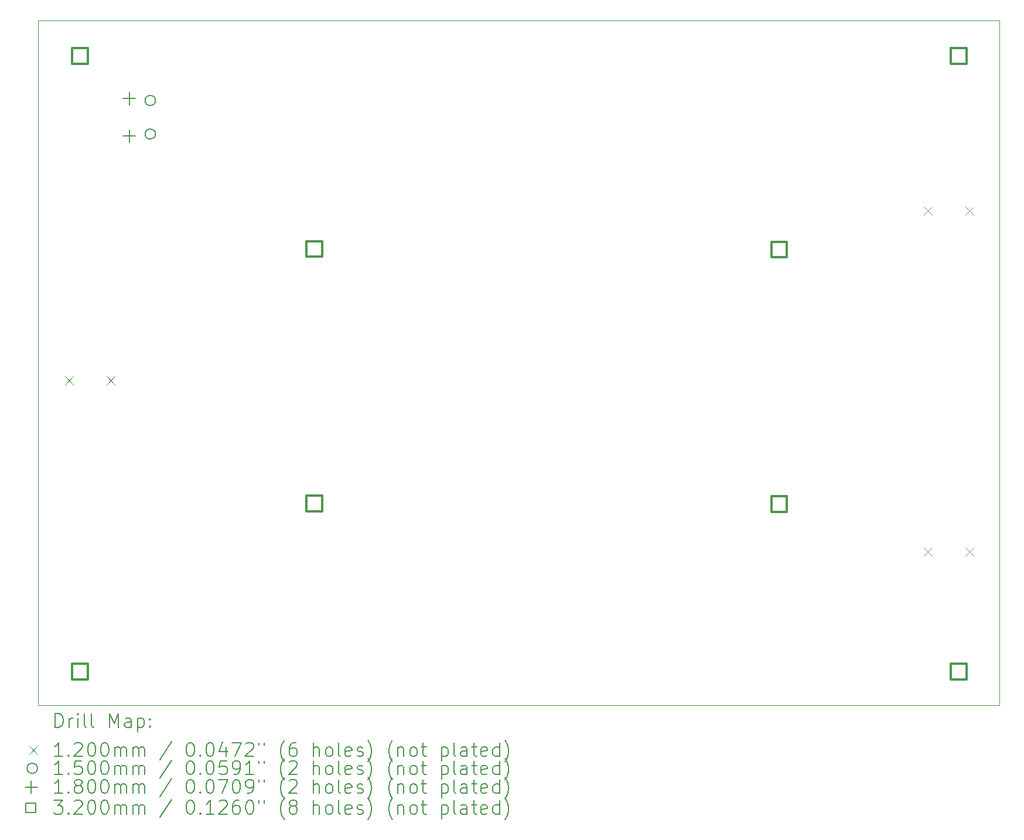
<source format=gbr>
%TF.GenerationSoftware,KiCad,Pcbnew,6.0.11+dfsg-1~bpo11+1*%
%TF.CreationDate,2023-11-13T20:18:02+01:00*%
%TF.ProjectId,v1_1,76315f31-2e6b-4696-9361-645f70636258,rev?*%
%TF.SameCoordinates,Original*%
%TF.FileFunction,Drillmap*%
%TF.FilePolarity,Positive*%
%FSLAX45Y45*%
G04 Gerber Fmt 4.5, Leading zero omitted, Abs format (unit mm)*
G04 Created by KiCad (PCBNEW 6.0.11+dfsg-1~bpo11+1) date 2023-11-13 20:18:02*
%MOMM*%
%LPD*%
G01*
G04 APERTURE LIST*
%ADD10C,0.100000*%
%ADD11C,0.200000*%
%ADD12C,0.120000*%
%ADD13C,0.150000*%
%ADD14C,0.180000*%
%ADD15C,0.320000*%
G04 APERTURE END LIST*
D10*
X23450000Y-13950000D02*
X9550000Y-13950000D01*
X9550000Y-13950000D02*
X9550000Y-4050000D01*
X9550000Y-4050000D02*
X23450000Y-4050000D01*
X23450000Y-4050000D02*
X23450000Y-13950000D01*
D11*
D12*
X9943200Y-9192550D02*
X10063200Y-9312550D01*
X10063200Y-9192550D02*
X9943200Y-9312550D01*
X10543200Y-9192550D02*
X10663200Y-9312550D01*
X10663200Y-9192550D02*
X10543200Y-9312550D01*
X22356800Y-6740250D02*
X22476800Y-6860250D01*
X22476800Y-6740250D02*
X22356800Y-6860250D01*
X22356800Y-11667850D02*
X22476800Y-11787850D01*
X22476800Y-11667850D02*
X22356800Y-11787850D01*
X22956800Y-6740250D02*
X23076800Y-6860250D01*
X23076800Y-6740250D02*
X22956800Y-6860250D01*
X22956800Y-11667850D02*
X23076800Y-11787850D01*
X23076800Y-11667850D02*
X22956800Y-11787850D01*
D13*
X11250400Y-5205800D02*
G75*
G03*
X11250400Y-5205800I-75000J0D01*
G01*
X11250400Y-5690800D02*
G75*
G03*
X11250400Y-5690800I-75000J0D01*
G01*
D14*
X10872400Y-5085800D02*
X10872400Y-5265800D01*
X10782400Y-5175800D02*
X10962400Y-5175800D01*
X10872400Y-5630800D02*
X10872400Y-5810800D01*
X10782400Y-5720800D02*
X10962400Y-5720800D01*
D15*
X10273138Y-4675138D02*
X10273138Y-4448862D01*
X10046862Y-4448862D01*
X10046862Y-4675138D01*
X10273138Y-4675138D01*
X10273138Y-13575138D02*
X10273138Y-13348862D01*
X10046862Y-13348862D01*
X10046862Y-13575138D01*
X10273138Y-13575138D01*
X13656138Y-7464138D02*
X13656138Y-7237862D01*
X13429862Y-7237862D01*
X13429862Y-7464138D01*
X13656138Y-7464138D01*
X13656138Y-11144138D02*
X13656138Y-10917862D01*
X13429862Y-10917862D01*
X13429862Y-11144138D01*
X13656138Y-11144138D01*
X20378138Y-7474138D02*
X20378138Y-7247862D01*
X20151862Y-7247862D01*
X20151862Y-7474138D01*
X20378138Y-7474138D01*
X20378138Y-11154138D02*
X20378138Y-10927862D01*
X20151862Y-10927862D01*
X20151862Y-11154138D01*
X20378138Y-11154138D01*
X22973138Y-4675138D02*
X22973138Y-4448862D01*
X22746862Y-4448862D01*
X22746862Y-4675138D01*
X22973138Y-4675138D01*
X22973138Y-13575138D02*
X22973138Y-13348862D01*
X22746862Y-13348862D01*
X22746862Y-13575138D01*
X22973138Y-13575138D01*
D11*
X9802619Y-14265476D02*
X9802619Y-14065476D01*
X9850238Y-14065476D01*
X9878810Y-14075000D01*
X9897857Y-14094048D01*
X9907381Y-14113095D01*
X9916905Y-14151190D01*
X9916905Y-14179762D01*
X9907381Y-14217857D01*
X9897857Y-14236905D01*
X9878810Y-14255952D01*
X9850238Y-14265476D01*
X9802619Y-14265476D01*
X10002619Y-14265476D02*
X10002619Y-14132143D01*
X10002619Y-14170238D02*
X10012143Y-14151190D01*
X10021667Y-14141667D01*
X10040714Y-14132143D01*
X10059762Y-14132143D01*
X10126429Y-14265476D02*
X10126429Y-14132143D01*
X10126429Y-14065476D02*
X10116905Y-14075000D01*
X10126429Y-14084524D01*
X10135952Y-14075000D01*
X10126429Y-14065476D01*
X10126429Y-14084524D01*
X10250238Y-14265476D02*
X10231190Y-14255952D01*
X10221667Y-14236905D01*
X10221667Y-14065476D01*
X10355000Y-14265476D02*
X10335952Y-14255952D01*
X10326429Y-14236905D01*
X10326429Y-14065476D01*
X10583571Y-14265476D02*
X10583571Y-14065476D01*
X10650238Y-14208333D01*
X10716905Y-14065476D01*
X10716905Y-14265476D01*
X10897857Y-14265476D02*
X10897857Y-14160714D01*
X10888333Y-14141667D01*
X10869286Y-14132143D01*
X10831190Y-14132143D01*
X10812143Y-14141667D01*
X10897857Y-14255952D02*
X10878810Y-14265476D01*
X10831190Y-14265476D01*
X10812143Y-14255952D01*
X10802619Y-14236905D01*
X10802619Y-14217857D01*
X10812143Y-14198809D01*
X10831190Y-14189286D01*
X10878810Y-14189286D01*
X10897857Y-14179762D01*
X10993095Y-14132143D02*
X10993095Y-14332143D01*
X10993095Y-14141667D02*
X11012143Y-14132143D01*
X11050238Y-14132143D01*
X11069286Y-14141667D01*
X11078810Y-14151190D01*
X11088333Y-14170238D01*
X11088333Y-14227381D01*
X11078810Y-14246428D01*
X11069286Y-14255952D01*
X11050238Y-14265476D01*
X11012143Y-14265476D01*
X10993095Y-14255952D01*
X11174048Y-14246428D02*
X11183571Y-14255952D01*
X11174048Y-14265476D01*
X11164524Y-14255952D01*
X11174048Y-14246428D01*
X11174048Y-14265476D01*
X11174048Y-14141667D02*
X11183571Y-14151190D01*
X11174048Y-14160714D01*
X11164524Y-14151190D01*
X11174048Y-14141667D01*
X11174048Y-14160714D01*
D12*
X9425000Y-14535000D02*
X9545000Y-14655000D01*
X9545000Y-14535000D02*
X9425000Y-14655000D01*
D11*
X9907381Y-14685476D02*
X9793095Y-14685476D01*
X9850238Y-14685476D02*
X9850238Y-14485476D01*
X9831190Y-14514048D01*
X9812143Y-14533095D01*
X9793095Y-14542619D01*
X9993095Y-14666428D02*
X10002619Y-14675952D01*
X9993095Y-14685476D01*
X9983571Y-14675952D01*
X9993095Y-14666428D01*
X9993095Y-14685476D01*
X10078810Y-14504524D02*
X10088333Y-14495000D01*
X10107381Y-14485476D01*
X10155000Y-14485476D01*
X10174048Y-14495000D01*
X10183571Y-14504524D01*
X10193095Y-14523571D01*
X10193095Y-14542619D01*
X10183571Y-14571190D01*
X10069286Y-14685476D01*
X10193095Y-14685476D01*
X10316905Y-14485476D02*
X10335952Y-14485476D01*
X10355000Y-14495000D01*
X10364524Y-14504524D01*
X10374048Y-14523571D01*
X10383571Y-14561667D01*
X10383571Y-14609286D01*
X10374048Y-14647381D01*
X10364524Y-14666428D01*
X10355000Y-14675952D01*
X10335952Y-14685476D01*
X10316905Y-14685476D01*
X10297857Y-14675952D01*
X10288333Y-14666428D01*
X10278810Y-14647381D01*
X10269286Y-14609286D01*
X10269286Y-14561667D01*
X10278810Y-14523571D01*
X10288333Y-14504524D01*
X10297857Y-14495000D01*
X10316905Y-14485476D01*
X10507381Y-14485476D02*
X10526429Y-14485476D01*
X10545476Y-14495000D01*
X10555000Y-14504524D01*
X10564524Y-14523571D01*
X10574048Y-14561667D01*
X10574048Y-14609286D01*
X10564524Y-14647381D01*
X10555000Y-14666428D01*
X10545476Y-14675952D01*
X10526429Y-14685476D01*
X10507381Y-14685476D01*
X10488333Y-14675952D01*
X10478810Y-14666428D01*
X10469286Y-14647381D01*
X10459762Y-14609286D01*
X10459762Y-14561667D01*
X10469286Y-14523571D01*
X10478810Y-14504524D01*
X10488333Y-14495000D01*
X10507381Y-14485476D01*
X10659762Y-14685476D02*
X10659762Y-14552143D01*
X10659762Y-14571190D02*
X10669286Y-14561667D01*
X10688333Y-14552143D01*
X10716905Y-14552143D01*
X10735952Y-14561667D01*
X10745476Y-14580714D01*
X10745476Y-14685476D01*
X10745476Y-14580714D02*
X10755000Y-14561667D01*
X10774048Y-14552143D01*
X10802619Y-14552143D01*
X10821667Y-14561667D01*
X10831190Y-14580714D01*
X10831190Y-14685476D01*
X10926429Y-14685476D02*
X10926429Y-14552143D01*
X10926429Y-14571190D02*
X10935952Y-14561667D01*
X10955000Y-14552143D01*
X10983571Y-14552143D01*
X11002619Y-14561667D01*
X11012143Y-14580714D01*
X11012143Y-14685476D01*
X11012143Y-14580714D02*
X11021667Y-14561667D01*
X11040714Y-14552143D01*
X11069286Y-14552143D01*
X11088333Y-14561667D01*
X11097857Y-14580714D01*
X11097857Y-14685476D01*
X11488333Y-14475952D02*
X11316905Y-14733095D01*
X11745476Y-14485476D02*
X11764524Y-14485476D01*
X11783571Y-14495000D01*
X11793095Y-14504524D01*
X11802619Y-14523571D01*
X11812143Y-14561667D01*
X11812143Y-14609286D01*
X11802619Y-14647381D01*
X11793095Y-14666428D01*
X11783571Y-14675952D01*
X11764524Y-14685476D01*
X11745476Y-14685476D01*
X11726428Y-14675952D01*
X11716905Y-14666428D01*
X11707381Y-14647381D01*
X11697857Y-14609286D01*
X11697857Y-14561667D01*
X11707381Y-14523571D01*
X11716905Y-14504524D01*
X11726428Y-14495000D01*
X11745476Y-14485476D01*
X11897857Y-14666428D02*
X11907381Y-14675952D01*
X11897857Y-14685476D01*
X11888333Y-14675952D01*
X11897857Y-14666428D01*
X11897857Y-14685476D01*
X12031190Y-14485476D02*
X12050238Y-14485476D01*
X12069286Y-14495000D01*
X12078809Y-14504524D01*
X12088333Y-14523571D01*
X12097857Y-14561667D01*
X12097857Y-14609286D01*
X12088333Y-14647381D01*
X12078809Y-14666428D01*
X12069286Y-14675952D01*
X12050238Y-14685476D01*
X12031190Y-14685476D01*
X12012143Y-14675952D01*
X12002619Y-14666428D01*
X11993095Y-14647381D01*
X11983571Y-14609286D01*
X11983571Y-14561667D01*
X11993095Y-14523571D01*
X12002619Y-14504524D01*
X12012143Y-14495000D01*
X12031190Y-14485476D01*
X12269286Y-14552143D02*
X12269286Y-14685476D01*
X12221667Y-14475952D02*
X12174048Y-14618809D01*
X12297857Y-14618809D01*
X12355000Y-14485476D02*
X12488333Y-14485476D01*
X12402619Y-14685476D01*
X12555000Y-14504524D02*
X12564524Y-14495000D01*
X12583571Y-14485476D01*
X12631190Y-14485476D01*
X12650238Y-14495000D01*
X12659762Y-14504524D01*
X12669286Y-14523571D01*
X12669286Y-14542619D01*
X12659762Y-14571190D01*
X12545476Y-14685476D01*
X12669286Y-14685476D01*
X12745476Y-14485476D02*
X12745476Y-14523571D01*
X12821667Y-14485476D02*
X12821667Y-14523571D01*
X13116905Y-14761667D02*
X13107381Y-14752143D01*
X13088333Y-14723571D01*
X13078809Y-14704524D01*
X13069286Y-14675952D01*
X13059762Y-14628333D01*
X13059762Y-14590238D01*
X13069286Y-14542619D01*
X13078809Y-14514048D01*
X13088333Y-14495000D01*
X13107381Y-14466428D01*
X13116905Y-14456905D01*
X13278809Y-14485476D02*
X13240714Y-14485476D01*
X13221667Y-14495000D01*
X13212143Y-14504524D01*
X13193095Y-14533095D01*
X13183571Y-14571190D01*
X13183571Y-14647381D01*
X13193095Y-14666428D01*
X13202619Y-14675952D01*
X13221667Y-14685476D01*
X13259762Y-14685476D01*
X13278809Y-14675952D01*
X13288333Y-14666428D01*
X13297857Y-14647381D01*
X13297857Y-14599762D01*
X13288333Y-14580714D01*
X13278809Y-14571190D01*
X13259762Y-14561667D01*
X13221667Y-14561667D01*
X13202619Y-14571190D01*
X13193095Y-14580714D01*
X13183571Y-14599762D01*
X13535952Y-14685476D02*
X13535952Y-14485476D01*
X13621667Y-14685476D02*
X13621667Y-14580714D01*
X13612143Y-14561667D01*
X13593095Y-14552143D01*
X13564524Y-14552143D01*
X13545476Y-14561667D01*
X13535952Y-14571190D01*
X13745476Y-14685476D02*
X13726428Y-14675952D01*
X13716905Y-14666428D01*
X13707381Y-14647381D01*
X13707381Y-14590238D01*
X13716905Y-14571190D01*
X13726428Y-14561667D01*
X13745476Y-14552143D01*
X13774048Y-14552143D01*
X13793095Y-14561667D01*
X13802619Y-14571190D01*
X13812143Y-14590238D01*
X13812143Y-14647381D01*
X13802619Y-14666428D01*
X13793095Y-14675952D01*
X13774048Y-14685476D01*
X13745476Y-14685476D01*
X13926428Y-14685476D02*
X13907381Y-14675952D01*
X13897857Y-14656905D01*
X13897857Y-14485476D01*
X14078809Y-14675952D02*
X14059762Y-14685476D01*
X14021667Y-14685476D01*
X14002619Y-14675952D01*
X13993095Y-14656905D01*
X13993095Y-14580714D01*
X14002619Y-14561667D01*
X14021667Y-14552143D01*
X14059762Y-14552143D01*
X14078809Y-14561667D01*
X14088333Y-14580714D01*
X14088333Y-14599762D01*
X13993095Y-14618809D01*
X14164524Y-14675952D02*
X14183571Y-14685476D01*
X14221667Y-14685476D01*
X14240714Y-14675952D01*
X14250238Y-14656905D01*
X14250238Y-14647381D01*
X14240714Y-14628333D01*
X14221667Y-14618809D01*
X14193095Y-14618809D01*
X14174048Y-14609286D01*
X14164524Y-14590238D01*
X14164524Y-14580714D01*
X14174048Y-14561667D01*
X14193095Y-14552143D01*
X14221667Y-14552143D01*
X14240714Y-14561667D01*
X14316905Y-14761667D02*
X14326428Y-14752143D01*
X14345476Y-14723571D01*
X14355000Y-14704524D01*
X14364524Y-14675952D01*
X14374048Y-14628333D01*
X14374048Y-14590238D01*
X14364524Y-14542619D01*
X14355000Y-14514048D01*
X14345476Y-14495000D01*
X14326428Y-14466428D01*
X14316905Y-14456905D01*
X14678809Y-14761667D02*
X14669286Y-14752143D01*
X14650238Y-14723571D01*
X14640714Y-14704524D01*
X14631190Y-14675952D01*
X14621667Y-14628333D01*
X14621667Y-14590238D01*
X14631190Y-14542619D01*
X14640714Y-14514048D01*
X14650238Y-14495000D01*
X14669286Y-14466428D01*
X14678809Y-14456905D01*
X14755000Y-14552143D02*
X14755000Y-14685476D01*
X14755000Y-14571190D02*
X14764524Y-14561667D01*
X14783571Y-14552143D01*
X14812143Y-14552143D01*
X14831190Y-14561667D01*
X14840714Y-14580714D01*
X14840714Y-14685476D01*
X14964524Y-14685476D02*
X14945476Y-14675952D01*
X14935952Y-14666428D01*
X14926428Y-14647381D01*
X14926428Y-14590238D01*
X14935952Y-14571190D01*
X14945476Y-14561667D01*
X14964524Y-14552143D01*
X14993095Y-14552143D01*
X15012143Y-14561667D01*
X15021667Y-14571190D01*
X15031190Y-14590238D01*
X15031190Y-14647381D01*
X15021667Y-14666428D01*
X15012143Y-14675952D01*
X14993095Y-14685476D01*
X14964524Y-14685476D01*
X15088333Y-14552143D02*
X15164524Y-14552143D01*
X15116905Y-14485476D02*
X15116905Y-14656905D01*
X15126428Y-14675952D01*
X15145476Y-14685476D01*
X15164524Y-14685476D01*
X15383571Y-14552143D02*
X15383571Y-14752143D01*
X15383571Y-14561667D02*
X15402619Y-14552143D01*
X15440714Y-14552143D01*
X15459762Y-14561667D01*
X15469286Y-14571190D01*
X15478809Y-14590238D01*
X15478809Y-14647381D01*
X15469286Y-14666428D01*
X15459762Y-14675952D01*
X15440714Y-14685476D01*
X15402619Y-14685476D01*
X15383571Y-14675952D01*
X15593095Y-14685476D02*
X15574048Y-14675952D01*
X15564524Y-14656905D01*
X15564524Y-14485476D01*
X15755000Y-14685476D02*
X15755000Y-14580714D01*
X15745476Y-14561667D01*
X15726428Y-14552143D01*
X15688333Y-14552143D01*
X15669286Y-14561667D01*
X15755000Y-14675952D02*
X15735952Y-14685476D01*
X15688333Y-14685476D01*
X15669286Y-14675952D01*
X15659762Y-14656905D01*
X15659762Y-14637857D01*
X15669286Y-14618809D01*
X15688333Y-14609286D01*
X15735952Y-14609286D01*
X15755000Y-14599762D01*
X15821667Y-14552143D02*
X15897857Y-14552143D01*
X15850238Y-14485476D02*
X15850238Y-14656905D01*
X15859762Y-14675952D01*
X15878809Y-14685476D01*
X15897857Y-14685476D01*
X16040714Y-14675952D02*
X16021667Y-14685476D01*
X15983571Y-14685476D01*
X15964524Y-14675952D01*
X15955000Y-14656905D01*
X15955000Y-14580714D01*
X15964524Y-14561667D01*
X15983571Y-14552143D01*
X16021667Y-14552143D01*
X16040714Y-14561667D01*
X16050238Y-14580714D01*
X16050238Y-14599762D01*
X15955000Y-14618809D01*
X16221667Y-14685476D02*
X16221667Y-14485476D01*
X16221667Y-14675952D02*
X16202619Y-14685476D01*
X16164524Y-14685476D01*
X16145476Y-14675952D01*
X16135952Y-14666428D01*
X16126428Y-14647381D01*
X16126428Y-14590238D01*
X16135952Y-14571190D01*
X16145476Y-14561667D01*
X16164524Y-14552143D01*
X16202619Y-14552143D01*
X16221667Y-14561667D01*
X16297857Y-14761667D02*
X16307381Y-14752143D01*
X16326428Y-14723571D01*
X16335952Y-14704524D01*
X16345476Y-14675952D01*
X16355000Y-14628333D01*
X16355000Y-14590238D01*
X16345476Y-14542619D01*
X16335952Y-14514048D01*
X16326428Y-14495000D01*
X16307381Y-14466428D01*
X16297857Y-14456905D01*
D13*
X9545000Y-14859000D02*
G75*
G03*
X9545000Y-14859000I-75000J0D01*
G01*
D11*
X9907381Y-14949476D02*
X9793095Y-14949476D01*
X9850238Y-14949476D02*
X9850238Y-14749476D01*
X9831190Y-14778048D01*
X9812143Y-14797095D01*
X9793095Y-14806619D01*
X9993095Y-14930428D02*
X10002619Y-14939952D01*
X9993095Y-14949476D01*
X9983571Y-14939952D01*
X9993095Y-14930428D01*
X9993095Y-14949476D01*
X10183571Y-14749476D02*
X10088333Y-14749476D01*
X10078810Y-14844714D01*
X10088333Y-14835190D01*
X10107381Y-14825667D01*
X10155000Y-14825667D01*
X10174048Y-14835190D01*
X10183571Y-14844714D01*
X10193095Y-14863762D01*
X10193095Y-14911381D01*
X10183571Y-14930428D01*
X10174048Y-14939952D01*
X10155000Y-14949476D01*
X10107381Y-14949476D01*
X10088333Y-14939952D01*
X10078810Y-14930428D01*
X10316905Y-14749476D02*
X10335952Y-14749476D01*
X10355000Y-14759000D01*
X10364524Y-14768524D01*
X10374048Y-14787571D01*
X10383571Y-14825667D01*
X10383571Y-14873286D01*
X10374048Y-14911381D01*
X10364524Y-14930428D01*
X10355000Y-14939952D01*
X10335952Y-14949476D01*
X10316905Y-14949476D01*
X10297857Y-14939952D01*
X10288333Y-14930428D01*
X10278810Y-14911381D01*
X10269286Y-14873286D01*
X10269286Y-14825667D01*
X10278810Y-14787571D01*
X10288333Y-14768524D01*
X10297857Y-14759000D01*
X10316905Y-14749476D01*
X10507381Y-14749476D02*
X10526429Y-14749476D01*
X10545476Y-14759000D01*
X10555000Y-14768524D01*
X10564524Y-14787571D01*
X10574048Y-14825667D01*
X10574048Y-14873286D01*
X10564524Y-14911381D01*
X10555000Y-14930428D01*
X10545476Y-14939952D01*
X10526429Y-14949476D01*
X10507381Y-14949476D01*
X10488333Y-14939952D01*
X10478810Y-14930428D01*
X10469286Y-14911381D01*
X10459762Y-14873286D01*
X10459762Y-14825667D01*
X10469286Y-14787571D01*
X10478810Y-14768524D01*
X10488333Y-14759000D01*
X10507381Y-14749476D01*
X10659762Y-14949476D02*
X10659762Y-14816143D01*
X10659762Y-14835190D02*
X10669286Y-14825667D01*
X10688333Y-14816143D01*
X10716905Y-14816143D01*
X10735952Y-14825667D01*
X10745476Y-14844714D01*
X10745476Y-14949476D01*
X10745476Y-14844714D02*
X10755000Y-14825667D01*
X10774048Y-14816143D01*
X10802619Y-14816143D01*
X10821667Y-14825667D01*
X10831190Y-14844714D01*
X10831190Y-14949476D01*
X10926429Y-14949476D02*
X10926429Y-14816143D01*
X10926429Y-14835190D02*
X10935952Y-14825667D01*
X10955000Y-14816143D01*
X10983571Y-14816143D01*
X11002619Y-14825667D01*
X11012143Y-14844714D01*
X11012143Y-14949476D01*
X11012143Y-14844714D02*
X11021667Y-14825667D01*
X11040714Y-14816143D01*
X11069286Y-14816143D01*
X11088333Y-14825667D01*
X11097857Y-14844714D01*
X11097857Y-14949476D01*
X11488333Y-14739952D02*
X11316905Y-14997095D01*
X11745476Y-14749476D02*
X11764524Y-14749476D01*
X11783571Y-14759000D01*
X11793095Y-14768524D01*
X11802619Y-14787571D01*
X11812143Y-14825667D01*
X11812143Y-14873286D01*
X11802619Y-14911381D01*
X11793095Y-14930428D01*
X11783571Y-14939952D01*
X11764524Y-14949476D01*
X11745476Y-14949476D01*
X11726428Y-14939952D01*
X11716905Y-14930428D01*
X11707381Y-14911381D01*
X11697857Y-14873286D01*
X11697857Y-14825667D01*
X11707381Y-14787571D01*
X11716905Y-14768524D01*
X11726428Y-14759000D01*
X11745476Y-14749476D01*
X11897857Y-14930428D02*
X11907381Y-14939952D01*
X11897857Y-14949476D01*
X11888333Y-14939952D01*
X11897857Y-14930428D01*
X11897857Y-14949476D01*
X12031190Y-14749476D02*
X12050238Y-14749476D01*
X12069286Y-14759000D01*
X12078809Y-14768524D01*
X12088333Y-14787571D01*
X12097857Y-14825667D01*
X12097857Y-14873286D01*
X12088333Y-14911381D01*
X12078809Y-14930428D01*
X12069286Y-14939952D01*
X12050238Y-14949476D01*
X12031190Y-14949476D01*
X12012143Y-14939952D01*
X12002619Y-14930428D01*
X11993095Y-14911381D01*
X11983571Y-14873286D01*
X11983571Y-14825667D01*
X11993095Y-14787571D01*
X12002619Y-14768524D01*
X12012143Y-14759000D01*
X12031190Y-14749476D01*
X12278809Y-14749476D02*
X12183571Y-14749476D01*
X12174048Y-14844714D01*
X12183571Y-14835190D01*
X12202619Y-14825667D01*
X12250238Y-14825667D01*
X12269286Y-14835190D01*
X12278809Y-14844714D01*
X12288333Y-14863762D01*
X12288333Y-14911381D01*
X12278809Y-14930428D01*
X12269286Y-14939952D01*
X12250238Y-14949476D01*
X12202619Y-14949476D01*
X12183571Y-14939952D01*
X12174048Y-14930428D01*
X12383571Y-14949476D02*
X12421667Y-14949476D01*
X12440714Y-14939952D01*
X12450238Y-14930428D01*
X12469286Y-14901857D01*
X12478809Y-14863762D01*
X12478809Y-14787571D01*
X12469286Y-14768524D01*
X12459762Y-14759000D01*
X12440714Y-14749476D01*
X12402619Y-14749476D01*
X12383571Y-14759000D01*
X12374048Y-14768524D01*
X12364524Y-14787571D01*
X12364524Y-14835190D01*
X12374048Y-14854238D01*
X12383571Y-14863762D01*
X12402619Y-14873286D01*
X12440714Y-14873286D01*
X12459762Y-14863762D01*
X12469286Y-14854238D01*
X12478809Y-14835190D01*
X12669286Y-14949476D02*
X12555000Y-14949476D01*
X12612143Y-14949476D02*
X12612143Y-14749476D01*
X12593095Y-14778048D01*
X12574048Y-14797095D01*
X12555000Y-14806619D01*
X12745476Y-14749476D02*
X12745476Y-14787571D01*
X12821667Y-14749476D02*
X12821667Y-14787571D01*
X13116905Y-15025667D02*
X13107381Y-15016143D01*
X13088333Y-14987571D01*
X13078809Y-14968524D01*
X13069286Y-14939952D01*
X13059762Y-14892333D01*
X13059762Y-14854238D01*
X13069286Y-14806619D01*
X13078809Y-14778048D01*
X13088333Y-14759000D01*
X13107381Y-14730428D01*
X13116905Y-14720905D01*
X13183571Y-14768524D02*
X13193095Y-14759000D01*
X13212143Y-14749476D01*
X13259762Y-14749476D01*
X13278809Y-14759000D01*
X13288333Y-14768524D01*
X13297857Y-14787571D01*
X13297857Y-14806619D01*
X13288333Y-14835190D01*
X13174048Y-14949476D01*
X13297857Y-14949476D01*
X13535952Y-14949476D02*
X13535952Y-14749476D01*
X13621667Y-14949476D02*
X13621667Y-14844714D01*
X13612143Y-14825667D01*
X13593095Y-14816143D01*
X13564524Y-14816143D01*
X13545476Y-14825667D01*
X13535952Y-14835190D01*
X13745476Y-14949476D02*
X13726428Y-14939952D01*
X13716905Y-14930428D01*
X13707381Y-14911381D01*
X13707381Y-14854238D01*
X13716905Y-14835190D01*
X13726428Y-14825667D01*
X13745476Y-14816143D01*
X13774048Y-14816143D01*
X13793095Y-14825667D01*
X13802619Y-14835190D01*
X13812143Y-14854238D01*
X13812143Y-14911381D01*
X13802619Y-14930428D01*
X13793095Y-14939952D01*
X13774048Y-14949476D01*
X13745476Y-14949476D01*
X13926428Y-14949476D02*
X13907381Y-14939952D01*
X13897857Y-14920905D01*
X13897857Y-14749476D01*
X14078809Y-14939952D02*
X14059762Y-14949476D01*
X14021667Y-14949476D01*
X14002619Y-14939952D01*
X13993095Y-14920905D01*
X13993095Y-14844714D01*
X14002619Y-14825667D01*
X14021667Y-14816143D01*
X14059762Y-14816143D01*
X14078809Y-14825667D01*
X14088333Y-14844714D01*
X14088333Y-14863762D01*
X13993095Y-14882809D01*
X14164524Y-14939952D02*
X14183571Y-14949476D01*
X14221667Y-14949476D01*
X14240714Y-14939952D01*
X14250238Y-14920905D01*
X14250238Y-14911381D01*
X14240714Y-14892333D01*
X14221667Y-14882809D01*
X14193095Y-14882809D01*
X14174048Y-14873286D01*
X14164524Y-14854238D01*
X14164524Y-14844714D01*
X14174048Y-14825667D01*
X14193095Y-14816143D01*
X14221667Y-14816143D01*
X14240714Y-14825667D01*
X14316905Y-15025667D02*
X14326428Y-15016143D01*
X14345476Y-14987571D01*
X14355000Y-14968524D01*
X14364524Y-14939952D01*
X14374048Y-14892333D01*
X14374048Y-14854238D01*
X14364524Y-14806619D01*
X14355000Y-14778048D01*
X14345476Y-14759000D01*
X14326428Y-14730428D01*
X14316905Y-14720905D01*
X14678809Y-15025667D02*
X14669286Y-15016143D01*
X14650238Y-14987571D01*
X14640714Y-14968524D01*
X14631190Y-14939952D01*
X14621667Y-14892333D01*
X14621667Y-14854238D01*
X14631190Y-14806619D01*
X14640714Y-14778048D01*
X14650238Y-14759000D01*
X14669286Y-14730428D01*
X14678809Y-14720905D01*
X14755000Y-14816143D02*
X14755000Y-14949476D01*
X14755000Y-14835190D02*
X14764524Y-14825667D01*
X14783571Y-14816143D01*
X14812143Y-14816143D01*
X14831190Y-14825667D01*
X14840714Y-14844714D01*
X14840714Y-14949476D01*
X14964524Y-14949476D02*
X14945476Y-14939952D01*
X14935952Y-14930428D01*
X14926428Y-14911381D01*
X14926428Y-14854238D01*
X14935952Y-14835190D01*
X14945476Y-14825667D01*
X14964524Y-14816143D01*
X14993095Y-14816143D01*
X15012143Y-14825667D01*
X15021667Y-14835190D01*
X15031190Y-14854238D01*
X15031190Y-14911381D01*
X15021667Y-14930428D01*
X15012143Y-14939952D01*
X14993095Y-14949476D01*
X14964524Y-14949476D01*
X15088333Y-14816143D02*
X15164524Y-14816143D01*
X15116905Y-14749476D02*
X15116905Y-14920905D01*
X15126428Y-14939952D01*
X15145476Y-14949476D01*
X15164524Y-14949476D01*
X15383571Y-14816143D02*
X15383571Y-15016143D01*
X15383571Y-14825667D02*
X15402619Y-14816143D01*
X15440714Y-14816143D01*
X15459762Y-14825667D01*
X15469286Y-14835190D01*
X15478809Y-14854238D01*
X15478809Y-14911381D01*
X15469286Y-14930428D01*
X15459762Y-14939952D01*
X15440714Y-14949476D01*
X15402619Y-14949476D01*
X15383571Y-14939952D01*
X15593095Y-14949476D02*
X15574048Y-14939952D01*
X15564524Y-14920905D01*
X15564524Y-14749476D01*
X15755000Y-14949476D02*
X15755000Y-14844714D01*
X15745476Y-14825667D01*
X15726428Y-14816143D01*
X15688333Y-14816143D01*
X15669286Y-14825667D01*
X15755000Y-14939952D02*
X15735952Y-14949476D01*
X15688333Y-14949476D01*
X15669286Y-14939952D01*
X15659762Y-14920905D01*
X15659762Y-14901857D01*
X15669286Y-14882809D01*
X15688333Y-14873286D01*
X15735952Y-14873286D01*
X15755000Y-14863762D01*
X15821667Y-14816143D02*
X15897857Y-14816143D01*
X15850238Y-14749476D02*
X15850238Y-14920905D01*
X15859762Y-14939952D01*
X15878809Y-14949476D01*
X15897857Y-14949476D01*
X16040714Y-14939952D02*
X16021667Y-14949476D01*
X15983571Y-14949476D01*
X15964524Y-14939952D01*
X15955000Y-14920905D01*
X15955000Y-14844714D01*
X15964524Y-14825667D01*
X15983571Y-14816143D01*
X16021667Y-14816143D01*
X16040714Y-14825667D01*
X16050238Y-14844714D01*
X16050238Y-14863762D01*
X15955000Y-14882809D01*
X16221667Y-14949476D02*
X16221667Y-14749476D01*
X16221667Y-14939952D02*
X16202619Y-14949476D01*
X16164524Y-14949476D01*
X16145476Y-14939952D01*
X16135952Y-14930428D01*
X16126428Y-14911381D01*
X16126428Y-14854238D01*
X16135952Y-14835190D01*
X16145476Y-14825667D01*
X16164524Y-14816143D01*
X16202619Y-14816143D01*
X16221667Y-14825667D01*
X16297857Y-15025667D02*
X16307381Y-15016143D01*
X16326428Y-14987571D01*
X16335952Y-14968524D01*
X16345476Y-14939952D01*
X16355000Y-14892333D01*
X16355000Y-14854238D01*
X16345476Y-14806619D01*
X16335952Y-14778048D01*
X16326428Y-14759000D01*
X16307381Y-14730428D01*
X16297857Y-14720905D01*
D14*
X9455000Y-15039000D02*
X9455000Y-15219000D01*
X9365000Y-15129000D02*
X9545000Y-15129000D01*
D11*
X9907381Y-15219476D02*
X9793095Y-15219476D01*
X9850238Y-15219476D02*
X9850238Y-15019476D01*
X9831190Y-15048048D01*
X9812143Y-15067095D01*
X9793095Y-15076619D01*
X9993095Y-15200428D02*
X10002619Y-15209952D01*
X9993095Y-15219476D01*
X9983571Y-15209952D01*
X9993095Y-15200428D01*
X9993095Y-15219476D01*
X10116905Y-15105190D02*
X10097857Y-15095667D01*
X10088333Y-15086143D01*
X10078810Y-15067095D01*
X10078810Y-15057571D01*
X10088333Y-15038524D01*
X10097857Y-15029000D01*
X10116905Y-15019476D01*
X10155000Y-15019476D01*
X10174048Y-15029000D01*
X10183571Y-15038524D01*
X10193095Y-15057571D01*
X10193095Y-15067095D01*
X10183571Y-15086143D01*
X10174048Y-15095667D01*
X10155000Y-15105190D01*
X10116905Y-15105190D01*
X10097857Y-15114714D01*
X10088333Y-15124238D01*
X10078810Y-15143286D01*
X10078810Y-15181381D01*
X10088333Y-15200428D01*
X10097857Y-15209952D01*
X10116905Y-15219476D01*
X10155000Y-15219476D01*
X10174048Y-15209952D01*
X10183571Y-15200428D01*
X10193095Y-15181381D01*
X10193095Y-15143286D01*
X10183571Y-15124238D01*
X10174048Y-15114714D01*
X10155000Y-15105190D01*
X10316905Y-15019476D02*
X10335952Y-15019476D01*
X10355000Y-15029000D01*
X10364524Y-15038524D01*
X10374048Y-15057571D01*
X10383571Y-15095667D01*
X10383571Y-15143286D01*
X10374048Y-15181381D01*
X10364524Y-15200428D01*
X10355000Y-15209952D01*
X10335952Y-15219476D01*
X10316905Y-15219476D01*
X10297857Y-15209952D01*
X10288333Y-15200428D01*
X10278810Y-15181381D01*
X10269286Y-15143286D01*
X10269286Y-15095667D01*
X10278810Y-15057571D01*
X10288333Y-15038524D01*
X10297857Y-15029000D01*
X10316905Y-15019476D01*
X10507381Y-15019476D02*
X10526429Y-15019476D01*
X10545476Y-15029000D01*
X10555000Y-15038524D01*
X10564524Y-15057571D01*
X10574048Y-15095667D01*
X10574048Y-15143286D01*
X10564524Y-15181381D01*
X10555000Y-15200428D01*
X10545476Y-15209952D01*
X10526429Y-15219476D01*
X10507381Y-15219476D01*
X10488333Y-15209952D01*
X10478810Y-15200428D01*
X10469286Y-15181381D01*
X10459762Y-15143286D01*
X10459762Y-15095667D01*
X10469286Y-15057571D01*
X10478810Y-15038524D01*
X10488333Y-15029000D01*
X10507381Y-15019476D01*
X10659762Y-15219476D02*
X10659762Y-15086143D01*
X10659762Y-15105190D02*
X10669286Y-15095667D01*
X10688333Y-15086143D01*
X10716905Y-15086143D01*
X10735952Y-15095667D01*
X10745476Y-15114714D01*
X10745476Y-15219476D01*
X10745476Y-15114714D02*
X10755000Y-15095667D01*
X10774048Y-15086143D01*
X10802619Y-15086143D01*
X10821667Y-15095667D01*
X10831190Y-15114714D01*
X10831190Y-15219476D01*
X10926429Y-15219476D02*
X10926429Y-15086143D01*
X10926429Y-15105190D02*
X10935952Y-15095667D01*
X10955000Y-15086143D01*
X10983571Y-15086143D01*
X11002619Y-15095667D01*
X11012143Y-15114714D01*
X11012143Y-15219476D01*
X11012143Y-15114714D02*
X11021667Y-15095667D01*
X11040714Y-15086143D01*
X11069286Y-15086143D01*
X11088333Y-15095667D01*
X11097857Y-15114714D01*
X11097857Y-15219476D01*
X11488333Y-15009952D02*
X11316905Y-15267095D01*
X11745476Y-15019476D02*
X11764524Y-15019476D01*
X11783571Y-15029000D01*
X11793095Y-15038524D01*
X11802619Y-15057571D01*
X11812143Y-15095667D01*
X11812143Y-15143286D01*
X11802619Y-15181381D01*
X11793095Y-15200428D01*
X11783571Y-15209952D01*
X11764524Y-15219476D01*
X11745476Y-15219476D01*
X11726428Y-15209952D01*
X11716905Y-15200428D01*
X11707381Y-15181381D01*
X11697857Y-15143286D01*
X11697857Y-15095667D01*
X11707381Y-15057571D01*
X11716905Y-15038524D01*
X11726428Y-15029000D01*
X11745476Y-15019476D01*
X11897857Y-15200428D02*
X11907381Y-15209952D01*
X11897857Y-15219476D01*
X11888333Y-15209952D01*
X11897857Y-15200428D01*
X11897857Y-15219476D01*
X12031190Y-15019476D02*
X12050238Y-15019476D01*
X12069286Y-15029000D01*
X12078809Y-15038524D01*
X12088333Y-15057571D01*
X12097857Y-15095667D01*
X12097857Y-15143286D01*
X12088333Y-15181381D01*
X12078809Y-15200428D01*
X12069286Y-15209952D01*
X12050238Y-15219476D01*
X12031190Y-15219476D01*
X12012143Y-15209952D01*
X12002619Y-15200428D01*
X11993095Y-15181381D01*
X11983571Y-15143286D01*
X11983571Y-15095667D01*
X11993095Y-15057571D01*
X12002619Y-15038524D01*
X12012143Y-15029000D01*
X12031190Y-15019476D01*
X12164524Y-15019476D02*
X12297857Y-15019476D01*
X12212143Y-15219476D01*
X12412143Y-15019476D02*
X12431190Y-15019476D01*
X12450238Y-15029000D01*
X12459762Y-15038524D01*
X12469286Y-15057571D01*
X12478809Y-15095667D01*
X12478809Y-15143286D01*
X12469286Y-15181381D01*
X12459762Y-15200428D01*
X12450238Y-15209952D01*
X12431190Y-15219476D01*
X12412143Y-15219476D01*
X12393095Y-15209952D01*
X12383571Y-15200428D01*
X12374048Y-15181381D01*
X12364524Y-15143286D01*
X12364524Y-15095667D01*
X12374048Y-15057571D01*
X12383571Y-15038524D01*
X12393095Y-15029000D01*
X12412143Y-15019476D01*
X12574048Y-15219476D02*
X12612143Y-15219476D01*
X12631190Y-15209952D01*
X12640714Y-15200428D01*
X12659762Y-15171857D01*
X12669286Y-15133762D01*
X12669286Y-15057571D01*
X12659762Y-15038524D01*
X12650238Y-15029000D01*
X12631190Y-15019476D01*
X12593095Y-15019476D01*
X12574048Y-15029000D01*
X12564524Y-15038524D01*
X12555000Y-15057571D01*
X12555000Y-15105190D01*
X12564524Y-15124238D01*
X12574048Y-15133762D01*
X12593095Y-15143286D01*
X12631190Y-15143286D01*
X12650238Y-15133762D01*
X12659762Y-15124238D01*
X12669286Y-15105190D01*
X12745476Y-15019476D02*
X12745476Y-15057571D01*
X12821667Y-15019476D02*
X12821667Y-15057571D01*
X13116905Y-15295667D02*
X13107381Y-15286143D01*
X13088333Y-15257571D01*
X13078809Y-15238524D01*
X13069286Y-15209952D01*
X13059762Y-15162333D01*
X13059762Y-15124238D01*
X13069286Y-15076619D01*
X13078809Y-15048048D01*
X13088333Y-15029000D01*
X13107381Y-15000428D01*
X13116905Y-14990905D01*
X13183571Y-15038524D02*
X13193095Y-15029000D01*
X13212143Y-15019476D01*
X13259762Y-15019476D01*
X13278809Y-15029000D01*
X13288333Y-15038524D01*
X13297857Y-15057571D01*
X13297857Y-15076619D01*
X13288333Y-15105190D01*
X13174048Y-15219476D01*
X13297857Y-15219476D01*
X13535952Y-15219476D02*
X13535952Y-15019476D01*
X13621667Y-15219476D02*
X13621667Y-15114714D01*
X13612143Y-15095667D01*
X13593095Y-15086143D01*
X13564524Y-15086143D01*
X13545476Y-15095667D01*
X13535952Y-15105190D01*
X13745476Y-15219476D02*
X13726428Y-15209952D01*
X13716905Y-15200428D01*
X13707381Y-15181381D01*
X13707381Y-15124238D01*
X13716905Y-15105190D01*
X13726428Y-15095667D01*
X13745476Y-15086143D01*
X13774048Y-15086143D01*
X13793095Y-15095667D01*
X13802619Y-15105190D01*
X13812143Y-15124238D01*
X13812143Y-15181381D01*
X13802619Y-15200428D01*
X13793095Y-15209952D01*
X13774048Y-15219476D01*
X13745476Y-15219476D01*
X13926428Y-15219476D02*
X13907381Y-15209952D01*
X13897857Y-15190905D01*
X13897857Y-15019476D01*
X14078809Y-15209952D02*
X14059762Y-15219476D01*
X14021667Y-15219476D01*
X14002619Y-15209952D01*
X13993095Y-15190905D01*
X13993095Y-15114714D01*
X14002619Y-15095667D01*
X14021667Y-15086143D01*
X14059762Y-15086143D01*
X14078809Y-15095667D01*
X14088333Y-15114714D01*
X14088333Y-15133762D01*
X13993095Y-15152809D01*
X14164524Y-15209952D02*
X14183571Y-15219476D01*
X14221667Y-15219476D01*
X14240714Y-15209952D01*
X14250238Y-15190905D01*
X14250238Y-15181381D01*
X14240714Y-15162333D01*
X14221667Y-15152809D01*
X14193095Y-15152809D01*
X14174048Y-15143286D01*
X14164524Y-15124238D01*
X14164524Y-15114714D01*
X14174048Y-15095667D01*
X14193095Y-15086143D01*
X14221667Y-15086143D01*
X14240714Y-15095667D01*
X14316905Y-15295667D02*
X14326428Y-15286143D01*
X14345476Y-15257571D01*
X14355000Y-15238524D01*
X14364524Y-15209952D01*
X14374048Y-15162333D01*
X14374048Y-15124238D01*
X14364524Y-15076619D01*
X14355000Y-15048048D01*
X14345476Y-15029000D01*
X14326428Y-15000428D01*
X14316905Y-14990905D01*
X14678809Y-15295667D02*
X14669286Y-15286143D01*
X14650238Y-15257571D01*
X14640714Y-15238524D01*
X14631190Y-15209952D01*
X14621667Y-15162333D01*
X14621667Y-15124238D01*
X14631190Y-15076619D01*
X14640714Y-15048048D01*
X14650238Y-15029000D01*
X14669286Y-15000428D01*
X14678809Y-14990905D01*
X14755000Y-15086143D02*
X14755000Y-15219476D01*
X14755000Y-15105190D02*
X14764524Y-15095667D01*
X14783571Y-15086143D01*
X14812143Y-15086143D01*
X14831190Y-15095667D01*
X14840714Y-15114714D01*
X14840714Y-15219476D01*
X14964524Y-15219476D02*
X14945476Y-15209952D01*
X14935952Y-15200428D01*
X14926428Y-15181381D01*
X14926428Y-15124238D01*
X14935952Y-15105190D01*
X14945476Y-15095667D01*
X14964524Y-15086143D01*
X14993095Y-15086143D01*
X15012143Y-15095667D01*
X15021667Y-15105190D01*
X15031190Y-15124238D01*
X15031190Y-15181381D01*
X15021667Y-15200428D01*
X15012143Y-15209952D01*
X14993095Y-15219476D01*
X14964524Y-15219476D01*
X15088333Y-15086143D02*
X15164524Y-15086143D01*
X15116905Y-15019476D02*
X15116905Y-15190905D01*
X15126428Y-15209952D01*
X15145476Y-15219476D01*
X15164524Y-15219476D01*
X15383571Y-15086143D02*
X15383571Y-15286143D01*
X15383571Y-15095667D02*
X15402619Y-15086143D01*
X15440714Y-15086143D01*
X15459762Y-15095667D01*
X15469286Y-15105190D01*
X15478809Y-15124238D01*
X15478809Y-15181381D01*
X15469286Y-15200428D01*
X15459762Y-15209952D01*
X15440714Y-15219476D01*
X15402619Y-15219476D01*
X15383571Y-15209952D01*
X15593095Y-15219476D02*
X15574048Y-15209952D01*
X15564524Y-15190905D01*
X15564524Y-15019476D01*
X15755000Y-15219476D02*
X15755000Y-15114714D01*
X15745476Y-15095667D01*
X15726428Y-15086143D01*
X15688333Y-15086143D01*
X15669286Y-15095667D01*
X15755000Y-15209952D02*
X15735952Y-15219476D01*
X15688333Y-15219476D01*
X15669286Y-15209952D01*
X15659762Y-15190905D01*
X15659762Y-15171857D01*
X15669286Y-15152809D01*
X15688333Y-15143286D01*
X15735952Y-15143286D01*
X15755000Y-15133762D01*
X15821667Y-15086143D02*
X15897857Y-15086143D01*
X15850238Y-15019476D02*
X15850238Y-15190905D01*
X15859762Y-15209952D01*
X15878809Y-15219476D01*
X15897857Y-15219476D01*
X16040714Y-15209952D02*
X16021667Y-15219476D01*
X15983571Y-15219476D01*
X15964524Y-15209952D01*
X15955000Y-15190905D01*
X15955000Y-15114714D01*
X15964524Y-15095667D01*
X15983571Y-15086143D01*
X16021667Y-15086143D01*
X16040714Y-15095667D01*
X16050238Y-15114714D01*
X16050238Y-15133762D01*
X15955000Y-15152809D01*
X16221667Y-15219476D02*
X16221667Y-15019476D01*
X16221667Y-15209952D02*
X16202619Y-15219476D01*
X16164524Y-15219476D01*
X16145476Y-15209952D01*
X16135952Y-15200428D01*
X16126428Y-15181381D01*
X16126428Y-15124238D01*
X16135952Y-15105190D01*
X16145476Y-15095667D01*
X16164524Y-15086143D01*
X16202619Y-15086143D01*
X16221667Y-15095667D01*
X16297857Y-15295667D02*
X16307381Y-15286143D01*
X16326428Y-15257571D01*
X16335952Y-15238524D01*
X16345476Y-15209952D01*
X16355000Y-15162333D01*
X16355000Y-15124238D01*
X16345476Y-15076619D01*
X16335952Y-15048048D01*
X16326428Y-15029000D01*
X16307381Y-15000428D01*
X16297857Y-14990905D01*
X9515711Y-15499711D02*
X9515711Y-15358289D01*
X9374289Y-15358289D01*
X9374289Y-15499711D01*
X9515711Y-15499711D01*
X9783571Y-15319476D02*
X9907381Y-15319476D01*
X9840714Y-15395667D01*
X9869286Y-15395667D01*
X9888333Y-15405190D01*
X9897857Y-15414714D01*
X9907381Y-15433762D01*
X9907381Y-15481381D01*
X9897857Y-15500428D01*
X9888333Y-15509952D01*
X9869286Y-15519476D01*
X9812143Y-15519476D01*
X9793095Y-15509952D01*
X9783571Y-15500428D01*
X9993095Y-15500428D02*
X10002619Y-15509952D01*
X9993095Y-15519476D01*
X9983571Y-15509952D01*
X9993095Y-15500428D01*
X9993095Y-15519476D01*
X10078810Y-15338524D02*
X10088333Y-15329000D01*
X10107381Y-15319476D01*
X10155000Y-15319476D01*
X10174048Y-15329000D01*
X10183571Y-15338524D01*
X10193095Y-15357571D01*
X10193095Y-15376619D01*
X10183571Y-15405190D01*
X10069286Y-15519476D01*
X10193095Y-15519476D01*
X10316905Y-15319476D02*
X10335952Y-15319476D01*
X10355000Y-15329000D01*
X10364524Y-15338524D01*
X10374048Y-15357571D01*
X10383571Y-15395667D01*
X10383571Y-15443286D01*
X10374048Y-15481381D01*
X10364524Y-15500428D01*
X10355000Y-15509952D01*
X10335952Y-15519476D01*
X10316905Y-15519476D01*
X10297857Y-15509952D01*
X10288333Y-15500428D01*
X10278810Y-15481381D01*
X10269286Y-15443286D01*
X10269286Y-15395667D01*
X10278810Y-15357571D01*
X10288333Y-15338524D01*
X10297857Y-15329000D01*
X10316905Y-15319476D01*
X10507381Y-15319476D02*
X10526429Y-15319476D01*
X10545476Y-15329000D01*
X10555000Y-15338524D01*
X10564524Y-15357571D01*
X10574048Y-15395667D01*
X10574048Y-15443286D01*
X10564524Y-15481381D01*
X10555000Y-15500428D01*
X10545476Y-15509952D01*
X10526429Y-15519476D01*
X10507381Y-15519476D01*
X10488333Y-15509952D01*
X10478810Y-15500428D01*
X10469286Y-15481381D01*
X10459762Y-15443286D01*
X10459762Y-15395667D01*
X10469286Y-15357571D01*
X10478810Y-15338524D01*
X10488333Y-15329000D01*
X10507381Y-15319476D01*
X10659762Y-15519476D02*
X10659762Y-15386143D01*
X10659762Y-15405190D02*
X10669286Y-15395667D01*
X10688333Y-15386143D01*
X10716905Y-15386143D01*
X10735952Y-15395667D01*
X10745476Y-15414714D01*
X10745476Y-15519476D01*
X10745476Y-15414714D02*
X10755000Y-15395667D01*
X10774048Y-15386143D01*
X10802619Y-15386143D01*
X10821667Y-15395667D01*
X10831190Y-15414714D01*
X10831190Y-15519476D01*
X10926429Y-15519476D02*
X10926429Y-15386143D01*
X10926429Y-15405190D02*
X10935952Y-15395667D01*
X10955000Y-15386143D01*
X10983571Y-15386143D01*
X11002619Y-15395667D01*
X11012143Y-15414714D01*
X11012143Y-15519476D01*
X11012143Y-15414714D02*
X11021667Y-15395667D01*
X11040714Y-15386143D01*
X11069286Y-15386143D01*
X11088333Y-15395667D01*
X11097857Y-15414714D01*
X11097857Y-15519476D01*
X11488333Y-15309952D02*
X11316905Y-15567095D01*
X11745476Y-15319476D02*
X11764524Y-15319476D01*
X11783571Y-15329000D01*
X11793095Y-15338524D01*
X11802619Y-15357571D01*
X11812143Y-15395667D01*
X11812143Y-15443286D01*
X11802619Y-15481381D01*
X11793095Y-15500428D01*
X11783571Y-15509952D01*
X11764524Y-15519476D01*
X11745476Y-15519476D01*
X11726428Y-15509952D01*
X11716905Y-15500428D01*
X11707381Y-15481381D01*
X11697857Y-15443286D01*
X11697857Y-15395667D01*
X11707381Y-15357571D01*
X11716905Y-15338524D01*
X11726428Y-15329000D01*
X11745476Y-15319476D01*
X11897857Y-15500428D02*
X11907381Y-15509952D01*
X11897857Y-15519476D01*
X11888333Y-15509952D01*
X11897857Y-15500428D01*
X11897857Y-15519476D01*
X12097857Y-15519476D02*
X11983571Y-15519476D01*
X12040714Y-15519476D02*
X12040714Y-15319476D01*
X12021667Y-15348048D01*
X12002619Y-15367095D01*
X11983571Y-15376619D01*
X12174048Y-15338524D02*
X12183571Y-15329000D01*
X12202619Y-15319476D01*
X12250238Y-15319476D01*
X12269286Y-15329000D01*
X12278809Y-15338524D01*
X12288333Y-15357571D01*
X12288333Y-15376619D01*
X12278809Y-15405190D01*
X12164524Y-15519476D01*
X12288333Y-15519476D01*
X12459762Y-15319476D02*
X12421667Y-15319476D01*
X12402619Y-15329000D01*
X12393095Y-15338524D01*
X12374048Y-15367095D01*
X12364524Y-15405190D01*
X12364524Y-15481381D01*
X12374048Y-15500428D01*
X12383571Y-15509952D01*
X12402619Y-15519476D01*
X12440714Y-15519476D01*
X12459762Y-15509952D01*
X12469286Y-15500428D01*
X12478809Y-15481381D01*
X12478809Y-15433762D01*
X12469286Y-15414714D01*
X12459762Y-15405190D01*
X12440714Y-15395667D01*
X12402619Y-15395667D01*
X12383571Y-15405190D01*
X12374048Y-15414714D01*
X12364524Y-15433762D01*
X12602619Y-15319476D02*
X12621667Y-15319476D01*
X12640714Y-15329000D01*
X12650238Y-15338524D01*
X12659762Y-15357571D01*
X12669286Y-15395667D01*
X12669286Y-15443286D01*
X12659762Y-15481381D01*
X12650238Y-15500428D01*
X12640714Y-15509952D01*
X12621667Y-15519476D01*
X12602619Y-15519476D01*
X12583571Y-15509952D01*
X12574048Y-15500428D01*
X12564524Y-15481381D01*
X12555000Y-15443286D01*
X12555000Y-15395667D01*
X12564524Y-15357571D01*
X12574048Y-15338524D01*
X12583571Y-15329000D01*
X12602619Y-15319476D01*
X12745476Y-15319476D02*
X12745476Y-15357571D01*
X12821667Y-15319476D02*
X12821667Y-15357571D01*
X13116905Y-15595667D02*
X13107381Y-15586143D01*
X13088333Y-15557571D01*
X13078809Y-15538524D01*
X13069286Y-15509952D01*
X13059762Y-15462333D01*
X13059762Y-15424238D01*
X13069286Y-15376619D01*
X13078809Y-15348048D01*
X13088333Y-15329000D01*
X13107381Y-15300428D01*
X13116905Y-15290905D01*
X13221667Y-15405190D02*
X13202619Y-15395667D01*
X13193095Y-15386143D01*
X13183571Y-15367095D01*
X13183571Y-15357571D01*
X13193095Y-15338524D01*
X13202619Y-15329000D01*
X13221667Y-15319476D01*
X13259762Y-15319476D01*
X13278809Y-15329000D01*
X13288333Y-15338524D01*
X13297857Y-15357571D01*
X13297857Y-15367095D01*
X13288333Y-15386143D01*
X13278809Y-15395667D01*
X13259762Y-15405190D01*
X13221667Y-15405190D01*
X13202619Y-15414714D01*
X13193095Y-15424238D01*
X13183571Y-15443286D01*
X13183571Y-15481381D01*
X13193095Y-15500428D01*
X13202619Y-15509952D01*
X13221667Y-15519476D01*
X13259762Y-15519476D01*
X13278809Y-15509952D01*
X13288333Y-15500428D01*
X13297857Y-15481381D01*
X13297857Y-15443286D01*
X13288333Y-15424238D01*
X13278809Y-15414714D01*
X13259762Y-15405190D01*
X13535952Y-15519476D02*
X13535952Y-15319476D01*
X13621667Y-15519476D02*
X13621667Y-15414714D01*
X13612143Y-15395667D01*
X13593095Y-15386143D01*
X13564524Y-15386143D01*
X13545476Y-15395667D01*
X13535952Y-15405190D01*
X13745476Y-15519476D02*
X13726428Y-15509952D01*
X13716905Y-15500428D01*
X13707381Y-15481381D01*
X13707381Y-15424238D01*
X13716905Y-15405190D01*
X13726428Y-15395667D01*
X13745476Y-15386143D01*
X13774048Y-15386143D01*
X13793095Y-15395667D01*
X13802619Y-15405190D01*
X13812143Y-15424238D01*
X13812143Y-15481381D01*
X13802619Y-15500428D01*
X13793095Y-15509952D01*
X13774048Y-15519476D01*
X13745476Y-15519476D01*
X13926428Y-15519476D02*
X13907381Y-15509952D01*
X13897857Y-15490905D01*
X13897857Y-15319476D01*
X14078809Y-15509952D02*
X14059762Y-15519476D01*
X14021667Y-15519476D01*
X14002619Y-15509952D01*
X13993095Y-15490905D01*
X13993095Y-15414714D01*
X14002619Y-15395667D01*
X14021667Y-15386143D01*
X14059762Y-15386143D01*
X14078809Y-15395667D01*
X14088333Y-15414714D01*
X14088333Y-15433762D01*
X13993095Y-15452809D01*
X14164524Y-15509952D02*
X14183571Y-15519476D01*
X14221667Y-15519476D01*
X14240714Y-15509952D01*
X14250238Y-15490905D01*
X14250238Y-15481381D01*
X14240714Y-15462333D01*
X14221667Y-15452809D01*
X14193095Y-15452809D01*
X14174048Y-15443286D01*
X14164524Y-15424238D01*
X14164524Y-15414714D01*
X14174048Y-15395667D01*
X14193095Y-15386143D01*
X14221667Y-15386143D01*
X14240714Y-15395667D01*
X14316905Y-15595667D02*
X14326428Y-15586143D01*
X14345476Y-15557571D01*
X14355000Y-15538524D01*
X14364524Y-15509952D01*
X14374048Y-15462333D01*
X14374048Y-15424238D01*
X14364524Y-15376619D01*
X14355000Y-15348048D01*
X14345476Y-15329000D01*
X14326428Y-15300428D01*
X14316905Y-15290905D01*
X14678809Y-15595667D02*
X14669286Y-15586143D01*
X14650238Y-15557571D01*
X14640714Y-15538524D01*
X14631190Y-15509952D01*
X14621667Y-15462333D01*
X14621667Y-15424238D01*
X14631190Y-15376619D01*
X14640714Y-15348048D01*
X14650238Y-15329000D01*
X14669286Y-15300428D01*
X14678809Y-15290905D01*
X14755000Y-15386143D02*
X14755000Y-15519476D01*
X14755000Y-15405190D02*
X14764524Y-15395667D01*
X14783571Y-15386143D01*
X14812143Y-15386143D01*
X14831190Y-15395667D01*
X14840714Y-15414714D01*
X14840714Y-15519476D01*
X14964524Y-15519476D02*
X14945476Y-15509952D01*
X14935952Y-15500428D01*
X14926428Y-15481381D01*
X14926428Y-15424238D01*
X14935952Y-15405190D01*
X14945476Y-15395667D01*
X14964524Y-15386143D01*
X14993095Y-15386143D01*
X15012143Y-15395667D01*
X15021667Y-15405190D01*
X15031190Y-15424238D01*
X15031190Y-15481381D01*
X15021667Y-15500428D01*
X15012143Y-15509952D01*
X14993095Y-15519476D01*
X14964524Y-15519476D01*
X15088333Y-15386143D02*
X15164524Y-15386143D01*
X15116905Y-15319476D02*
X15116905Y-15490905D01*
X15126428Y-15509952D01*
X15145476Y-15519476D01*
X15164524Y-15519476D01*
X15383571Y-15386143D02*
X15383571Y-15586143D01*
X15383571Y-15395667D02*
X15402619Y-15386143D01*
X15440714Y-15386143D01*
X15459762Y-15395667D01*
X15469286Y-15405190D01*
X15478809Y-15424238D01*
X15478809Y-15481381D01*
X15469286Y-15500428D01*
X15459762Y-15509952D01*
X15440714Y-15519476D01*
X15402619Y-15519476D01*
X15383571Y-15509952D01*
X15593095Y-15519476D02*
X15574048Y-15509952D01*
X15564524Y-15490905D01*
X15564524Y-15319476D01*
X15755000Y-15519476D02*
X15755000Y-15414714D01*
X15745476Y-15395667D01*
X15726428Y-15386143D01*
X15688333Y-15386143D01*
X15669286Y-15395667D01*
X15755000Y-15509952D02*
X15735952Y-15519476D01*
X15688333Y-15519476D01*
X15669286Y-15509952D01*
X15659762Y-15490905D01*
X15659762Y-15471857D01*
X15669286Y-15452809D01*
X15688333Y-15443286D01*
X15735952Y-15443286D01*
X15755000Y-15433762D01*
X15821667Y-15386143D02*
X15897857Y-15386143D01*
X15850238Y-15319476D02*
X15850238Y-15490905D01*
X15859762Y-15509952D01*
X15878809Y-15519476D01*
X15897857Y-15519476D01*
X16040714Y-15509952D02*
X16021667Y-15519476D01*
X15983571Y-15519476D01*
X15964524Y-15509952D01*
X15955000Y-15490905D01*
X15955000Y-15414714D01*
X15964524Y-15395667D01*
X15983571Y-15386143D01*
X16021667Y-15386143D01*
X16040714Y-15395667D01*
X16050238Y-15414714D01*
X16050238Y-15433762D01*
X15955000Y-15452809D01*
X16221667Y-15519476D02*
X16221667Y-15319476D01*
X16221667Y-15509952D02*
X16202619Y-15519476D01*
X16164524Y-15519476D01*
X16145476Y-15509952D01*
X16135952Y-15500428D01*
X16126428Y-15481381D01*
X16126428Y-15424238D01*
X16135952Y-15405190D01*
X16145476Y-15395667D01*
X16164524Y-15386143D01*
X16202619Y-15386143D01*
X16221667Y-15395667D01*
X16297857Y-15595667D02*
X16307381Y-15586143D01*
X16326428Y-15557571D01*
X16335952Y-15538524D01*
X16345476Y-15509952D01*
X16355000Y-15462333D01*
X16355000Y-15424238D01*
X16345476Y-15376619D01*
X16335952Y-15348048D01*
X16326428Y-15329000D01*
X16307381Y-15300428D01*
X16297857Y-15290905D01*
M02*

</source>
